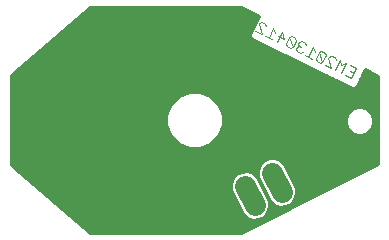
<source format=gbl>
G75*
G70*
%OFA0B0*%
%FSLAX24Y24*%
%IPPOS*%
%LPD*%
%AMOC8*
5,1,8,0,0,1.08239X$1,22.5*
%
%ADD10C,0.0030*%
%ADD11C,0.0298*%
%ADD12C,0.0338*%
%ADD13C,0.0709*%
%ADD14C,0.0100*%
%ADD15C,0.0396*%
D10*
X010257Y006773D02*
X010368Y006719D01*
X010450Y006748D01*
X010394Y006913D02*
X010338Y006940D01*
X010256Y006911D01*
X010229Y006856D01*
X010257Y006773D01*
X010119Y006909D02*
X010006Y007239D01*
X009897Y007017D01*
X009926Y006935D01*
X010037Y006881D01*
X010119Y006909D01*
X010228Y007131D01*
X010199Y007214D01*
X010088Y007268D01*
X010006Y007239D01*
X009842Y007182D02*
X009621Y007290D01*
X009538Y007399D02*
X009482Y007564D01*
X009319Y007231D01*
X009430Y007177D02*
X009208Y007285D01*
X009099Y007338D02*
X008986Y007668D01*
X009013Y007724D01*
X009095Y007752D01*
X009206Y007698D01*
X009234Y007616D01*
X009099Y007338D02*
X008877Y007446D01*
X009595Y007096D02*
X009757Y007429D01*
X009842Y007182D01*
X010310Y007022D02*
X010338Y006940D01*
X010310Y007022D02*
X010337Y007078D01*
X010419Y007106D01*
X010530Y007052D01*
X010559Y006970D01*
X010806Y006918D02*
X010863Y006753D01*
X010999Y006755D02*
X011112Y006425D01*
X011030Y006396D01*
X010919Y006451D01*
X010891Y006533D01*
X010999Y006755D01*
X011081Y006783D01*
X011192Y006729D01*
X011221Y006647D01*
X011112Y006425D01*
X011195Y006316D02*
X011416Y006208D01*
X011303Y006538D01*
X011330Y006594D01*
X011412Y006622D01*
X011523Y006568D01*
X011552Y006485D01*
X011688Y006488D02*
X011526Y006155D01*
X011747Y006046D02*
X011910Y006379D01*
X011745Y006322D01*
X011688Y006488D01*
X012019Y006326D02*
X012241Y006218D01*
X012079Y005885D01*
X011857Y005993D01*
X012049Y006106D02*
X012160Y006051D01*
X010806Y006918D02*
X010643Y006585D01*
X010754Y006531D02*
X010532Y006639D01*
D11*
X010416Y004491D03*
X005278Y002495D03*
X002495Y004483D03*
X005270Y006479D03*
D12*
X005270Y005983D03*
X002991Y004483D03*
X005278Y002991D03*
X009920Y004491D03*
D13*
X009443Y002725D02*
X009754Y002088D01*
X008855Y001649D02*
X008544Y002286D01*
D14*
X008324Y001634D02*
X002311Y001634D01*
X002426Y001535D02*
X008372Y001535D01*
X008420Y001437D02*
X002541Y001437D01*
X002655Y001338D02*
X008476Y001338D01*
X008462Y001350D02*
X008606Y001223D01*
X008789Y001160D01*
X008981Y001172D01*
X009154Y001256D01*
X009282Y001401D01*
X009344Y001583D01*
X009333Y001775D01*
X008938Y002585D01*
X008793Y002713D01*
X008611Y002776D01*
X008419Y002764D01*
X008246Y002679D01*
X008118Y002535D01*
X008055Y002353D01*
X008067Y002161D01*
X008462Y001350D01*
X008587Y001240D02*
X002770Y001240D01*
X002885Y001141D02*
X009215Y001141D01*
X009120Y001240D02*
X009412Y001240D01*
X009226Y001338D02*
X009609Y001338D01*
X009806Y001437D02*
X009294Y001437D01*
X009328Y001535D02*
X010003Y001535D01*
X009927Y001634D02*
X010200Y001634D01*
X010053Y001695D02*
X010181Y001839D01*
X010243Y002021D01*
X010231Y002213D01*
X009836Y003024D01*
X009692Y003151D01*
X009510Y003214D01*
X009318Y003202D01*
X009144Y003118D01*
X009017Y002973D01*
X008954Y002791D01*
X008966Y002599D01*
X009361Y001789D01*
X009505Y001661D01*
X009687Y001598D01*
X009880Y001610D01*
X010053Y001695D01*
X010086Y001732D02*
X010397Y001732D01*
X010594Y001831D02*
X010173Y001831D01*
X010212Y001929D02*
X010791Y001929D01*
X010988Y002028D02*
X010243Y002028D01*
X010237Y002126D02*
X011185Y002126D01*
X011382Y002225D02*
X010226Y002225D01*
X010178Y002323D02*
X011579Y002323D01*
X011776Y002422D02*
X010130Y002422D01*
X010082Y002520D02*
X011973Y002520D01*
X012170Y002619D02*
X010034Y002619D01*
X009986Y002717D02*
X012367Y002717D01*
X012564Y002816D02*
X009938Y002816D01*
X009890Y002914D02*
X012761Y002914D01*
X012958Y003013D02*
X009842Y003013D01*
X009738Y003111D02*
X012973Y003111D01*
X012973Y003020D02*
X008383Y000725D01*
X003371Y000725D01*
X000725Y002993D01*
X000725Y005981D01*
X003371Y008249D01*
X008383Y008249D01*
X009000Y007940D01*
X008713Y007352D01*
X008708Y007336D01*
X008705Y007319D01*
X008704Y007302D01*
X008705Y007285D01*
X008708Y007268D01*
X008714Y007252D01*
X008721Y007237D01*
X008731Y007223D01*
X008742Y007210D01*
X008755Y007199D01*
X008769Y007189D01*
X012097Y005566D01*
X012114Y005561D01*
X012130Y005557D01*
X012147Y005556D01*
X012164Y005558D01*
X012181Y005561D01*
X012197Y005567D01*
X012212Y005574D01*
X012227Y005584D01*
X012239Y005595D01*
X012251Y005608D01*
X012260Y005622D01*
X012530Y006175D01*
X012973Y005954D01*
X012973Y003020D01*
X012973Y003210D02*
X009523Y003210D01*
X009437Y003210D02*
X000725Y003210D01*
X000725Y003308D02*
X012973Y003308D01*
X012973Y003407D02*
X000725Y003407D01*
X000725Y003505D02*
X012973Y003505D01*
X012973Y003604D02*
X007166Y003604D01*
X007036Y003550D02*
X007380Y003692D01*
X007644Y003956D01*
X007787Y004301D01*
X007787Y004673D01*
X007644Y005018D01*
X007380Y005282D01*
X007036Y005424D01*
X006663Y005424D01*
X006318Y005282D01*
X006055Y005018D01*
X005912Y004673D01*
X005912Y004301D01*
X006055Y003956D01*
X006318Y003692D01*
X006663Y003550D01*
X007036Y003550D01*
X007390Y003702D02*
X012973Y003702D01*
X012973Y003801D02*
X007488Y003801D01*
X007587Y003899D02*
X012973Y003899D01*
X012973Y003998D02*
X012466Y003998D01*
X012442Y003988D02*
X012612Y004058D01*
X012742Y004188D01*
X012812Y004358D01*
X012812Y004542D01*
X012742Y004712D01*
X012612Y004842D01*
X012442Y004912D01*
X012258Y004912D01*
X012088Y004842D01*
X011958Y004712D01*
X011888Y004542D01*
X011888Y004358D01*
X011958Y004188D01*
X012088Y004058D01*
X012258Y003988D01*
X012442Y003988D01*
X012234Y003998D02*
X007661Y003998D01*
X007702Y004096D02*
X012050Y004096D01*
X011955Y004195D02*
X007743Y004195D01*
X007783Y004293D02*
X011914Y004293D01*
X011888Y004392D02*
X007787Y004392D01*
X007787Y004490D02*
X011888Y004490D01*
X011907Y004589D02*
X007787Y004589D01*
X007781Y004687D02*
X011948Y004687D01*
X012031Y004786D02*
X007740Y004786D01*
X007699Y004884D02*
X012189Y004884D01*
X012511Y004884D02*
X012973Y004884D01*
X012973Y004786D02*
X012669Y004786D01*
X012752Y004687D02*
X012973Y004687D01*
X012973Y004589D02*
X012793Y004589D01*
X012812Y004490D02*
X012973Y004490D01*
X012973Y004392D02*
X012812Y004392D01*
X012786Y004293D02*
X012973Y004293D01*
X012973Y004195D02*
X012745Y004195D01*
X012650Y004096D02*
X012973Y004096D01*
X012973Y004983D02*
X007659Y004983D01*
X007581Y005081D02*
X012973Y005081D01*
X012973Y005180D02*
X007482Y005180D01*
X007384Y005278D02*
X012973Y005278D01*
X012973Y005377D02*
X007151Y005377D01*
X006547Y005377D02*
X000725Y005377D01*
X000725Y005475D02*
X012973Y005475D01*
X012973Y005574D02*
X012211Y005574D01*
X012284Y005672D02*
X012973Y005672D01*
X012973Y005771D02*
X012332Y005771D01*
X012380Y005869D02*
X012973Y005869D01*
X012946Y005968D02*
X012428Y005968D01*
X012476Y006066D02*
X012749Y006066D01*
X012552Y006165D02*
X012525Y006165D01*
X011880Y005672D02*
X000725Y005672D01*
X000725Y005574D02*
X012082Y005574D01*
X011678Y005771D02*
X000725Y005771D01*
X000725Y005869D02*
X011476Y005869D01*
X011274Y005968D02*
X000725Y005968D01*
X000824Y006066D02*
X011073Y006066D01*
X010871Y006165D02*
X000939Y006165D01*
X001054Y006263D02*
X010669Y006263D01*
X010467Y006362D02*
X001169Y006362D01*
X001283Y006460D02*
X010265Y006460D01*
X010063Y006559D02*
X001398Y006559D01*
X001513Y006657D02*
X009861Y006657D01*
X009659Y006756D02*
X001628Y006756D01*
X001743Y006854D02*
X009457Y006854D01*
X009255Y006953D02*
X001858Y006953D01*
X001973Y007051D02*
X009053Y007051D01*
X008851Y007150D02*
X002088Y007150D01*
X002203Y007248D02*
X008716Y007248D01*
X008712Y007347D02*
X002318Y007347D01*
X002433Y007445D02*
X008759Y007445D01*
X008807Y007544D02*
X002548Y007544D01*
X002662Y007642D02*
X008855Y007642D01*
X008903Y007741D02*
X002777Y007741D01*
X002892Y007839D02*
X008951Y007839D01*
X008999Y007938D02*
X003007Y007938D01*
X003122Y008036D02*
X008809Y008036D01*
X008612Y008135D02*
X003237Y008135D01*
X003352Y008233D02*
X008415Y008233D01*
X006315Y005278D02*
X000725Y005278D01*
X000725Y005180D02*
X006216Y005180D01*
X006118Y005081D02*
X000725Y005081D01*
X000725Y004983D02*
X006040Y004983D01*
X005999Y004884D02*
X000725Y004884D01*
X000725Y004786D02*
X005958Y004786D01*
X005917Y004687D02*
X000725Y004687D01*
X000725Y004589D02*
X005912Y004589D01*
X005912Y004490D02*
X000725Y004490D01*
X000725Y004392D02*
X005912Y004392D01*
X005915Y004293D02*
X000725Y004293D01*
X000725Y004195D02*
X005956Y004195D01*
X005997Y004096D02*
X000725Y004096D01*
X000725Y003998D02*
X006037Y003998D01*
X006112Y003899D02*
X000725Y003899D01*
X000725Y003801D02*
X006210Y003801D01*
X006309Y003702D02*
X000725Y003702D01*
X000725Y003604D02*
X006533Y003604D01*
X008113Y002520D02*
X001276Y002520D01*
X001162Y002619D02*
X008192Y002619D01*
X008323Y002717D02*
X001047Y002717D01*
X000932Y002816D02*
X008962Y002816D01*
X008959Y002717D02*
X008781Y002717D01*
X008900Y002619D02*
X008965Y002619D01*
X008969Y002520D02*
X009004Y002520D01*
X009017Y002422D02*
X009052Y002422D01*
X009065Y002323D02*
X009100Y002323D01*
X009113Y002225D02*
X009148Y002225D01*
X009162Y002126D02*
X009196Y002126D01*
X009210Y002028D02*
X009244Y002028D01*
X009258Y001929D02*
X009292Y001929D01*
X009306Y001831D02*
X009341Y001831D01*
X009335Y001732D02*
X009425Y001732D01*
X009341Y001634D02*
X009585Y001634D01*
X009018Y001043D02*
X003000Y001043D01*
X003115Y000944D02*
X008821Y000944D01*
X008624Y000846D02*
X003230Y000846D01*
X003345Y000747D02*
X008427Y000747D01*
X008276Y001732D02*
X002196Y001732D01*
X002081Y001831D02*
X008228Y001831D01*
X008180Y001929D02*
X001966Y001929D01*
X001851Y002028D02*
X008132Y002028D01*
X008084Y002126D02*
X001736Y002126D01*
X001621Y002225D02*
X008063Y002225D01*
X008057Y002323D02*
X001506Y002323D01*
X001391Y002422D02*
X008079Y002422D01*
X008996Y002914D02*
X000817Y002914D01*
X000725Y003013D02*
X009051Y003013D01*
X009138Y003111D02*
X000725Y003111D01*
D15*
X003550Y002950D03*
X004950Y004450D03*
X003450Y005950D03*
X007950Y006050D03*
X008619Y004450D03*
X007850Y002950D03*
M02*

</source>
